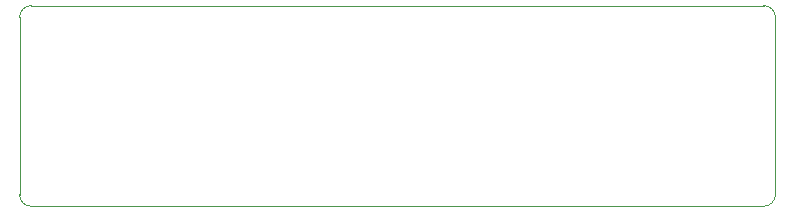
<source format=gm1>
%TF.GenerationSoftware,KiCad,Pcbnew,9.0.0*%
%TF.CreationDate,2025-05-10T22:56:34+02:00*%
%TF.ProjectId,CYPD3177_3.3V_V2_+_OLED,43595044-3331-4373-975f-332e33565f56,rev?*%
%TF.SameCoordinates,Original*%
%TF.FileFunction,Profile,NP*%
%FSLAX46Y46*%
G04 Gerber Fmt 4.6, Leading zero omitted, Abs format (unit mm)*
G04 Created by KiCad (PCBNEW 9.0.0) date 2025-05-10 22:56:34*
%MOMM*%
%LPD*%
G01*
G04 APERTURE LIST*
%TA.AperFunction,Profile*%
%ADD10C,0.100000*%
%TD*%
G04 APERTURE END LIST*
D10*
X162000100Y-97000000D02*
X100000000Y-97000000D01*
X99000002Y-96000000D02*
X98999999Y-81000000D01*
X100000000Y-97000000D02*
G75*
G02*
X99000000Y-96000000I0J1000000D01*
G01*
X163000000Y-81000000D02*
X163000000Y-96000000D01*
X99000000Y-81000000D02*
G75*
G02*
X100000000Y-80000000I999900J100D01*
G01*
X100000000Y-80000000D02*
X162000000Y-80000000D01*
X163000000Y-96000000D02*
G75*
G02*
X162000000Y-97000000I-999900J-100D01*
G01*
X162000000Y-80000000D02*
G75*
G02*
X163000000Y-81000000I0J-1000000D01*
G01*
M02*

</source>
